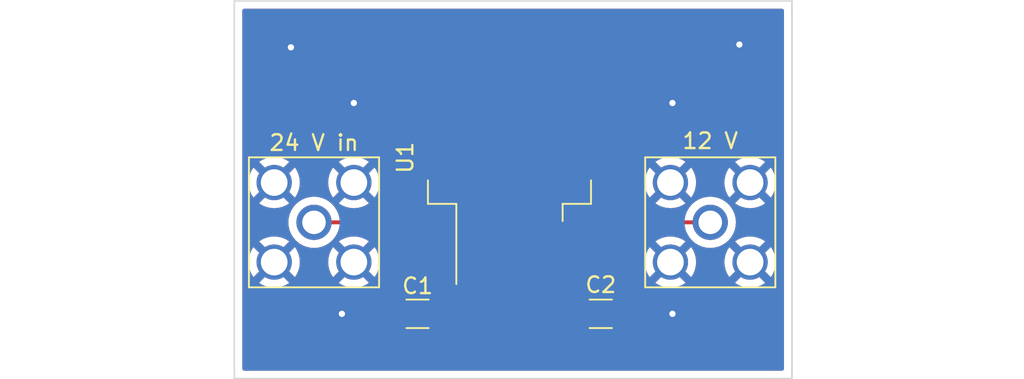
<source format=kicad_pcb>
(kicad_pcb (version 20211014) (generator pcbnew)
  (layers (0 "F.Cu" signal) (31 "B.Cu" signal) (34 "B.Paste" user) (35 "F.Paste" user) (36 "B.SilkS" user "B.Silkscreen") (37 "F.SilkS" user "F.Silkscreen") (38 "B.Mask" user) (39 "F.Mask" user) (44 "Edge.Cuts" user))
  (net 0 "")
  (net 1 "Net-(C1-Pad1)")
  (net 2 "GND")
  (net 3 "Net-(C2-Pad1)")
  (footprint "Capacitor_SMD:C_1206_3216Metric" (layer "F.Cu") (at 145.288 97.282)
    (fp_text reference "C2" (at 0 -1.85) (layer "F.SilkS"))
    (fp_text value "1 uF")
    (fp_line (start -0.711252 0.91) (end 0.711252 0.91) (layer "F.SilkS") (width 0.12))
    (fp_line (start -0.711252 -0.91) (end 0.711252 -0.91) (layer "F.SilkS") (width 0.12))
    (pad "1" smd roundrect (at -1.475 0) (size 1.15 1.8) (layers "F.Cu" "F.Paste" "F.Mask") (roundrect_rratio 0.217391) (net 3 "Net-(C2-Pad1)"))
    (pad "2" smd roundrect (at 1.475 0) (size 1.15 1.8) (layers "F.Cu" "F.Paste" "F.Mask") (roundrect_rratio 0.217391) (net 2 "GND"))
  )
  (footprint "Package_TO_SOT_SMD:TO-263-3_TabPin2" (layer "F.Cu") (at 139.465 87.31 90)
    (fp_text reference "U1" (at 0 -6.65 90) (layer "F.SilkS"))
    (fp_text value "LM7812_TO220")
    (fp_line (start -2.95 3.39) (end -4.05 3.39) (layer "F.SilkS") (width 0.12))
    (fp_line (start -1.45 5.2) (end -2.95 5.2) (layer "F.SilkS") (width 0.12))
    (fp_line (start -2.95 5.2) (end -2.95 3.39) (layer "F.SilkS") (width 0.12))
    (fp_line (start -2.95 -3.39) (end -8.075 -3.39) (layer "F.SilkS") (width 0.12))
    (fp_line (start -1.45 -5.2) (end -2.95 -5.2) (layer "F.SilkS") (width 0.12))
    (fp_line (start -2.95 -5.2) (end -2.95 -3.39) (layer "F.SilkS") (width 0.12))
    (pad "1" smd rect (at -5.775 -2.54 90) (size 4.6 1.1) (layers "F.Cu" "F.Paste" "F.Mask") (net 1 "Net-(C1-Pad1)"))
    (pad "2" smd rect (at -5.775 0 90) (size 4.6 1.1) (layers "F.Cu" "F.Paste" "F.Mask") (net 2 "GND"))
    (pad "2" smd rect (at 3.375 0 90) (size 9.4 10.8) (layers "F.Cu" "F.Mask") (net 2 "GND"))
    (pad "3" smd rect (at -5.775 2.54 90) (size 4.6 1.1) (layers "F.Cu" "F.Paste" "F.Mask") (net 3 "Net-(C2-Pad1)"))
  )
  (footprint "Capacitor_SMD:C_1206_3216Metric" (layer "F.Cu") (at 133.604 97.282 180)
    (fp_text reference "C1" (at 0 1.778) (layer "F.SilkS"))
    (fp_text value "0.33 uF")
    (fp_line (start -0.711252 0.91) (end 0.711252 0.91) (layer "F.SilkS") (width 0.12))
    (fp_line (start -0.711252 -0.91) (end 0.711252 -0.91) (layer "F.SilkS") (width 0.12))
    (pad "1" smd roundrect (at -1.475 0 180) (size 1.15 1.8) (layers "F.Cu" "F.Paste" "F.Mask") (roundrect_rratio 0.217391) (net 1 "Net-(C1-Pad1)"))
    (pad "2" smd roundrect (at 1.475 0 180) (size 1.15 1.8) (layers "F.Cu" "F.Paste" "F.Mask") (roundrect_rratio 0.217391) (net 2 "GND"))
  )
  (footprint "Connector_Coaxial:SMA_Amphenol_132203-12_Horizontal" (layer "F.Cu") (at 152.27 91.44 -90)
    (fp_text reference "12 V" (at -5.2 0) (layer "F.SilkS"))
    (fp_text value "Conn_Coaxial")
    (fp_line (start -4.15 -4.15) (end 4.15 -4.15) (layer "F.SilkS") (width 0.12))
    (fp_line (start -4.15 4.15) (end 4.15 4.15) (layer "F.SilkS") (width 0.12))
    (fp_line (start 4.15 -4.15) (end 4.15 4.15) (layer "F.SilkS") (width 0.12))
    (fp_line (start -4.15 -4.15) (end -4.15 4.15) (layer "F.SilkS") (width 0.12))
    (pad "1" thru_hole circle (at 0 0 270) (size 2.25 2.25) (drill 1.5) (layers *.Cu *.Mask) (net 3 "Net-(C2-Pad1)"))
    (pad "2" thru_hole circle (at -2.54 -2.54 270) (size 2.25 2.25) (drill 1.7) (layers *.Cu *.Mask) (net 2 "GND"))
    (pad "2" thru_hole circle (at 2.54 2.54) (size 2.25 2.25) (drill 1.7) (layers *.Cu *.Mask) (net 2 "GND"))
    (pad "2" thru_hole circle (at 2.54 -2.54 270) (size 2.25 2.25) (drill 1.7) (layers *.Cu *.Mask) (net 2 "GND"))
    (pad "2" thru_hole circle (at -2.54 2.54 270) (size 2.25 2.25) (drill 1.7) (layers *.Cu *.Mask) (net 2 "GND"))
  )
  (footprint "Connector_Coaxial:SMA_Amphenol_132203-12_Horizontal" (layer "F.Cu") (at 127 91.44 90)
    (fp_text reference "24 V in" (at 5.08 0) (layer "F.SilkS"))
    (fp_text value "Conn_Coaxial")
    (fp_line (start -4.15 -4.15) (end 4.15 -4.15) (layer "F.SilkS") (width 0.12))
    (fp_line (start 4.15 -4.15) (end 4.15 4.15) (layer "F.SilkS") (width 0.12))
    (fp_line (start -4.15 -4.15) (end -4.15 4.15) (layer "F.SilkS") (width 0.12))
    (fp_line (start -4.15 4.15) (end 4.15 4.15) (layer "F.SilkS") (width 0.12))
    (pad "1" thru_hole circle (at 0 0 90) (size 2.25 2.25) (drill 1.5) (layers *.Cu *.Mask) (net 1 "Net-(C1-Pad1)"))
    (pad "2" thru_hole circle (at 2.54 2.54 180) (size 2.25 2.25) (drill 1.7) (layers *.Cu *.Mask) (net 2 "GND"))
    (pad "2" thru_hole circle (at -2.54 -2.54 90) (size 2.25 2.25) (drill 1.7) (layers *.Cu *.Mask) (net 2 "GND"))
    (pad "2" thru_hole circle (at -2.54 2.54 90) (size 2.25 2.25) (drill 1.7) (layers *.Cu *.Mask) (net 2 "GND"))
    (pad "2" thru_hole circle (at 2.54 -2.54 90) (size 2.25 2.25) (drill 1.7) (layers *.Cu *.Mask) (net 2 "GND"))
  )
  (gr_rect (start 157.48 101.4222) (end 121.92 77.2922) (layer "Edge.Cuts") (width 0.1) (fill none))
  (segment (start 135.28 91.44) (end 136.925 93.085) (width 0.25) (layer "F.Cu") (net 1))
  (segment (start 136.925 93.085) (end 136.925 94.674) (width 0.25) (layer "F.Cu") (net 1))
  (segment (start 127 91.44) (end 135.28 91.44) (width 0.25) (layer "F.Cu") (net 1))
  (segment (start 136.925 94.674) (end 135.079 96.52) (width 0.25) (layer "F.Cu") (net 1))
  (via (at 149.86 97.282) (size 0.8) (drill 0.4) (layers "F.Cu" "B.Cu") (net 2))
  (via (at 154.1272 80.0862) (size 0.8) (drill 0.4) (layers "F.Cu" "B.Cu") (net 2))
  (via (at 128.778 97.282) (size 0.8) (drill 0.4) (layers "F.Cu" "B.Cu") (net 2))
  (via (at 129.54 83.82) (size 0.8) (drill 0.4) (layers "F.Cu" "B.Cu") (net 2))
  (via (at 125.5268 80.264) (size 0.8) (drill 0.4) (layers "F.Cu" "B.Cu") (net 2))
  (via (at 149.86 83.82) (size 0.8) (drill 0.4) (layers "F.Cu" "B.Cu") (net 2))
  (segment (start 142.005 94.712) (end 143.813 96.52) (width 0.25) (layer "F.Cu") (net 3))
  (segment (start 152.27 91.44) (end 143.65 91.44) (width 0.25) (layer "F.Cu") (net 3))
  (segment (start 143.65 91.44) (end 142.005 93.085) (width 0.25) (layer "F.Cu") (net 3))
  (segment (start 142.005 93.085) (end 142.005 94.712) (width 0.25) (layer "F.Cu") (net 3))
  (zone (net 2) (net_name "GND") (layers F&B.Cu) (connect_pads (clearance 0.508)) (min_thickness 0.254) (fill yes (thermal_gap 0.508) (thermal_bridge_width 0.508))
    (polygon (pts (xy 157.48 101.4222) (xy 121.92 101.4222) (xy 121.92 77.2922) (xy 157.48 77.2922)))
  )
)
</source>
